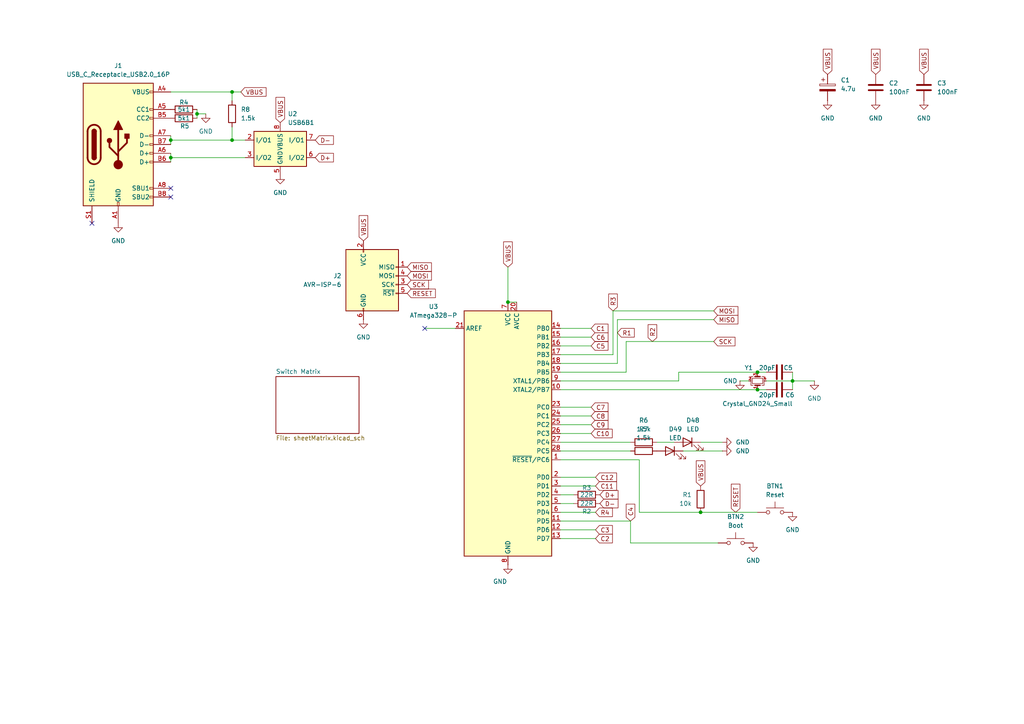
<source format=kicad_sch>
(kicad_sch (version 20231120) (generator "eeschema") (generator_version "8.0")
  (paper "A4")
  (lib_symbols
    (symbol "Connector:AVR-ISP-6" (pin_names (offset 1.016))
      (property "Reference" "J" (at -6.35 11.43 0))
      (property "Value" "AVR-ISP-6" (at 0 11.43 0))
      (symbol "AVR-ISP-6_0_1"
        (rectangle (start -2.667 -6.858) (end -2.413 -7.62))
        (rectangle (start -2.667 10.16) (end -2.413 9.398))
        (rectangle (start 7.62 -2.413) (end 6.858 -2.667))
        (rectangle (start 7.62 0.127) (end 6.858 -0.127))
        (rectangle (start 7.62 2.667) (end 6.858 2.413))
        (rectangle (start 7.62 5.207) (end 6.858 4.953))
        (rectangle (start 7.62 10.16) (end -7.62 -7.62) (stroke (width 0.254)) (fill (type background)))
      )
      (symbol "AVR-ISP-6_1_1"
        (pin passive line (at 10.16 5.08 180) (length 2.54) (name "MISO") (number "1"))
        (pin passive line (at -2.54 12.7 270) (length 2.54) (name "VCC") (number "2"))
        (pin passive line (at 10.16 0 180) (length 2.54) (name "SCK") (number "3"))
        (pin passive line (at 10.16 2.54 180) (length 2.54) (name "MOSI") (number "4"))
        (pin passive line (at 10.16 -2.54 180) (length 2.54) (name "~{RST}") (number "5"))
        (pin passive line (at -2.54 -10.16 90) (length 2.54) (name "GND") (number "6"))
      )
    )
    (symbol "Connector:USB_C_Receptacle_USB2.0_16P" (pin_names (offset 1.016))
      (property "Reference" "J" (at 0 22.225 0))
      (property "Value" "USB_C_Receptacle_USB2.0_16P" (at 0 19.685 0))
      (symbol "USB_C_Receptacle_USB2.0_16P_0_0"
        (rectangle (start -0.254 -17.78) (end 0.254 -16.764))
        (rectangle (start 10.16 -14.986) (end 9.144 -15.494))
        (rectangle (start 10.16 -12.446) (end 9.144 -12.954))
        (rectangle (start 10.16 -4.826) (end 9.144 -5.334))
        (rectangle (start 10.16 -2.286) (end 9.144 -2.794))
        (rectangle (start 10.16 0.254) (end 9.144 -0.254))
        (rectangle (start 10.16 2.794) (end 9.144 2.286))
        (rectangle (start 10.16 7.874) (end 9.144 7.366))
        (rectangle (start 10.16 10.414) (end 9.144 9.906))
        (rectangle (start 10.16 15.494) (end 9.144 14.986))
      )
      (symbol "USB_C_Receptacle_USB2.0_16P_0_1"
        (rectangle (start -10.16 17.78) (end 10.16 -17.78) (stroke (width 0.254)) (fill (type background)))
        (arc (start -8.89 -3.81) (mid -6.985 -5.7067) (end -5.08 -3.81) (stroke (width 0.508)))
        (arc (start -7.62 -3.81) (mid -6.985 -4.4423) (end -6.35 -3.81) (stroke (width 0.254)))
        (arc (start -7.62 -3.81) (mid -6.985 -4.4423) (end -6.35 -3.81) (stroke (width 0.254)) (fill (type outline)))
        (rectangle (start -7.62 -3.81) (end -6.35 3.81) (stroke (width 0.254)) (fill (type outline)))
        (arc (start -6.35 3.81) (mid -6.985 4.4423) (end -7.62 3.81) (stroke (width 0.254)))
        (arc (start -6.35 3.81) (mid -6.985 4.4423) (end -7.62 3.81) (stroke (width 0.254)) (fill (type outline)))
        (arc (start -5.08 3.81) (mid -6.985 5.7067) (end -8.89 3.81) (stroke (width 0.508)))
        (circle (center -2.54 1.143) (radius 0.635) (stroke (width 0.254)) (fill (type outline)))
        (circle (center 0 -5.842) (radius 1.27) (fill (type outline)))
        (polyline (pts (xy -8.89 -3.81) (xy -8.89 3.81)) (stroke (width 0.508)))
        (polyline (pts (xy -5.08 3.81) (xy -5.08 -3.81)) (stroke (width 0.508)))
        (polyline (pts (xy 0 -5.842) (xy 0 4.318)) (stroke (width 0.508)))
        (polyline (pts (xy 0 -3.302) (xy -2.54 -0.762) (xy -2.54 0.508)) (stroke (width 0.508)))
        (polyline (pts (xy 0 -2.032) (xy 2.54 0.508) (xy 2.54 1.778)) (stroke (width 0.508)))
        (polyline (pts (xy -1.27 4.318) (xy 0 6.858) (xy 1.27 4.318) (xy -1.27 4.318)) (stroke (width 0.254)) (fill (type outline)))
        (rectangle (start 1.905 1.778) (end 3.175 3.048) (stroke (width 0.254)) (fill (type outline)))
      )
      (symbol "USB_C_Receptacle_USB2.0_16P_1_1"
        (pin passive line (at 0 -22.86 90) (length 5.08) (name "GND") (number "A1"))
        (pin passive line (at 0 -22.86 90) (length 5.08) hide (name "GND") (number "A12"))
        (pin passive line (at 15.24 15.24 180) (length 5.08) (name "VBUS") (number "A4"))
        (pin bidirectional line (at 15.24 10.16 180) (length 5.08) (name "CC1") (number "A5"))
        (pin bidirectional line (at 15.24 -2.54 180) (length 5.08) (name "D+") (number "A6"))
        (pin bidirectional line (at 15.24 2.54 180) (length 5.08) (name "D-") (number "A7"))
        (pin bidirectional line (at 15.24 -12.7 180) (length 5.08) (name "SBU1") (number "A8"))
        (pin passive line (at 15.24 15.24 180) (length 5.08) hide (name "VBUS") (number "A9"))
        (pin passive line (at 0 -22.86 90) (length 5.08) hide (name "GND") (number "B1"))
        (pin passive line (at 0 -22.86 90) (length 5.08) hide (name "GND") (number "B12"))
        (pin passive line (at 15.24 15.24 180) (length 5.08) hide (name "VBUS") (number "B4"))
        (pin bidirectional line (at 15.24 7.62 180) (length 5.08) (name "CC2") (number "B5"))
        (pin bidirectional line (at 15.24 -5.08 180) (length 5.08) (name "D+") (number "B6"))
        (pin bidirectional line (at 15.24 0 180) (length 5.08) (name "D-") (number "B7"))
        (pin bidirectional line (at 15.24 -15.24 180) (length 5.08) (name "SBU2") (number "B8"))
        (pin passive line (at 15.24 15.24 180) (length 5.08) hide (name "VBUS") (number "B9"))
        (pin passive line (at -7.62 -22.86 90) (length 5.08) (name "SHIELD") (number "S1"))
      )
    )
    (symbol "Device:C" (pin_numbers hide) (pin_names (offset 0.254))
      (property "Reference" "C" (at 0.635 2.54 0))
      (property "Value" "C" (at 0.635 -2.54 0))
      (symbol "C_0_1"
        (polyline (pts (xy -2.032 -0.762) (xy 2.032 -0.762)) (stroke (width 0.508)))
        (polyline (pts (xy -2.032 0.762) (xy 2.032 0.762)) (stroke (width 0.508)))
      )
      (symbol "C_1_1"
        (pin passive line (at 0 3.81 270) (length 2.794) (name "~") (number "1"))
        (pin passive line (at 0 -3.81 90) (length 2.794) (name "~") (number "2"))
      )
    )
    (symbol "Device:C_Polarized" (pin_numbers hide) (pin_names (offset 0.254))
      (property "Reference" "C" (at 0.635 2.54 0))
      (property "Value" "C_Polarized" (at 0.635 -2.54 0))
      (symbol "C_Polarized_0_1"
        (rectangle (start -2.286 0.508) (end 2.286 1.016))
        (polyline (pts (xy -1.778 2.286) (xy -0.762 2.286)))
        (polyline (pts (xy -1.27 2.794) (xy -1.27 1.778)))
        (rectangle (start 2.286 -0.508) (end -2.286 -1.016) (fill (type outline)))
      )
      (symbol "C_Polarized_1_1"
        (pin passive line (at 0 3.81 270) (length 2.794) (name "~") (number "1"))
        (pin passive line (at 0 -3.81 90) (length 2.794) (name "~") (number "2"))
      )
    )
    (symbol "Device:Crystal_GND24_Small" (pin_names (offset 1.016) hide)
      (property "Reference" "Y" (at 1.27 4.445 0))
      (property "Value" "Crystal_GND24_Small" (at 1.27 2.54 0))
      (symbol "Crystal_GND24_Small_0_1"
        (rectangle (start -0.762 -1.524) (end 0.762 1.524))
        (polyline (pts (xy -1.27 -0.762) (xy -1.27 0.762)) (stroke (width 0.381)))
        (polyline (pts (xy 1.27 -0.762) (xy 1.27 0.762)) (stroke (width 0.381)))
        (polyline (pts (xy -1.27 -1.27) (xy -1.27 -1.905) (xy 1.27 -1.905) (xy 1.27 -1.27)))
        (polyline (pts (xy -1.27 1.27) (xy -1.27 1.905) (xy 1.27 1.905) (xy 1.27 1.27)))
      )
      (symbol "Crystal_GND24_Small_1_1"
        (pin passive line (at -2.54 0 0) (length 1.27) (name "1") (number "1"))
        (pin passive line (at 0 -2.54 90) (length 0.635) (name "2") (number "2"))
        (pin passive line (at 2.54 0 180) (length 1.27) (name "3") (number "3"))
        (pin passive line (at 0 2.54 270) (length 0.635) (name "4") (number "4"))
      )
    )
    (symbol "Device:LED" (pin_numbers hide) (pin_names (offset 1.016) hide)
      (property "Reference" "D" (at 0 2.54 0))
      (property "Value" "LED" (at 0 -2.54 0))
      (symbol "LED_0_1"
        (polyline (pts (xy -1.27 -1.27) (xy -1.27 1.27)) (stroke (width 0.254)))
        (polyline (pts (xy -1.27 0) (xy 1.27 0)))
        (polyline (pts (xy 1.27 -1.27) (xy 1.27 1.27) (xy -1.27 0) (xy 1.27 -1.27)) (stroke (width 0.254)))
        (polyline (pts (xy -3.048 -0.762) (xy -4.572 -2.286) (xy -3.81 -2.286) (xy -4.572 -2.286) (xy -4.572 -1.524)))
        (polyline (pts (xy -1.778 -0.762) (xy -3.302 -2.286) (xy -2.54 -2.286) (xy -3.302 -2.286) (xy -3.302 -1.524)))
      )
      (symbol "LED_1_1"
        (pin passive line (at -3.81 0 0) (length 2.54) (name "K") (number "1"))
        (pin passive line (at 3.81 0 180) (length 2.54) (name "A") (number "2"))
      )
    )
    (symbol "Device:R" (pin_numbers hide) (pin_names (offset 0))
      (property "Reference" "R" (at 2.032 0 90))
      (property "Value" "R" (at 0 0 90))
      (symbol "R_0_1"
        (rectangle (start -1.016 -2.54) (end 1.016 2.54) (stroke (width 0.254)))
      )
      (symbol "R_1_1"
        (pin passive line (at 0 3.81 270) (length 1.27) (name "~") (number "1"))
        (pin passive line (at 0 -3.81 90) (length 1.27) (name "~") (number "2"))
      )
    )
    (symbol "MCU_Microchip_ATmega:ATmega328-P"
      (property "Reference" "U" (at -12.7 36.83 0))
      (property "Value" "ATmega328-P" (at 2.54 -36.83 0))
      (symbol "ATmega328-P_0_1"
        (rectangle (start -12.7 -35.56) (end 12.7 35.56) (stroke (width 0.254)) (fill (type background)))
      )
      (symbol "ATmega328-P_1_1"
        (pin bidirectional line (at 15.24 -7.62 180) (length 2.54) (name "~{RESET}/PC6") (number "1"))
        (pin bidirectional line (at 15.24 12.7 180) (length 2.54) (name "XTAL2/PB7") (number "10"))
        (pin bidirectional line (at 15.24 -25.4 180) (length 2.54) (name "PD5") (number "11"))
        (pin bidirectional line (at 15.24 -27.94 180) (length 2.54) (name "PD6") (number "12"))
        (pin bidirectional line (at 15.24 -30.48 180) (length 2.54) (name "PD7") (number "13"))
        (pin bidirectional line (at 15.24 30.48 180) (length 2.54) (name "PB0") (number "14"))
        (pin bidirectional line (at 15.24 27.94 180) (length 2.54) (name "PB1") (number "15"))
        (pin bidirectional line (at 15.24 25.4 180) (length 2.54) (name "PB2") (number "16"))
        (pin bidirectional line (at 15.24 22.86 180) (length 2.54) (name "PB3") (number "17"))
        (pin bidirectional line (at 15.24 20.32 180) (length 2.54) (name "PB4") (number "18"))
        (pin bidirectional line (at 15.24 17.78 180) (length 2.54) (name "PB5") (number "19"))
        (pin bidirectional line (at 15.24 -12.7 180) (length 2.54) (name "PD0") (number "2"))
        (pin power_in line (at 2.54 38.1 270) (length 2.54) (name "AVCC") (number "20"))
        (pin passive line (at -15.24 30.48 0) (length 2.54) (name "AREF") (number "21"))
        (pin passive line (at 0 -38.1 90) (length 2.54) hide (name "GND") (number "22"))
        (pin bidirectional line (at 15.24 7.62 180) (length 2.54) (name "PC0") (number "23"))
        (pin bidirectional line (at 15.24 5.08 180) (length 2.54) (name "PC1") (number "24"))
        (pin bidirectional line (at 15.24 2.54 180) (length 2.54) (name "PC2") (number "25"))
        (pin bidirectional line (at 15.24 0 180) (length 2.54) (name "PC3") (number "26"))
        (pin bidirectional line (at 15.24 -2.54 180) (length 2.54) (name "PC4") (number "27"))
        (pin bidirectional line (at 15.24 -5.08 180) (length 2.54) (name "PC5") (number "28"))
        (pin bidirectional line (at 15.24 -15.24 180) (length 2.54) (name "PD1") (number "3"))
        (pin bidirectional line (at 15.24 -17.78 180) (length 2.54) (name "PD2") (number "4"))
        (pin bidirectional line (at 15.24 -20.32 180) (length 2.54) (name "PD3") (number "5"))
        (pin bidirectional line (at 15.24 -22.86 180) (length 2.54) (name "PD4") (number "6"))
        (pin power_in line (at 0 38.1 270) (length 2.54) (name "VCC") (number "7"))
        (pin power_in line (at 0 -38.1 90) (length 2.54) (name "GND") (number "8"))
        (pin bidirectional line (at 15.24 15.24 180) (length 2.54) (name "XTAL1/PB6") (number "9"))
      )
    )
    (symbol "Power_Protection:USB6B1"
      (property "Reference" "U" (at 6.35 6.35 0))
      (property "Value" "USB6B1" (at 5.08 -6.35 0))
      (symbol "USB6B1_0_1"
        (rectangle (start -7.62 -5.08) (end 7.62 5.08) (stroke (width 0.254)) (fill (type background)))
      )
      (symbol "USB6B1_1_1"
        (pin passive line (at 0 7.62 270) (length 2.54) hide (name "VBUS") (number "1"))
        (pin passive line (at -10.16 2.54 0) (length 2.54) (name "I/O1") (number "2"))
        (pin passive line (at -10.16 -2.54 0) (length 2.54) (name "I/O2") (number "3"))
        (pin passive line (at 0 -7.62 90) (length 2.54) hide (name "GND") (number "4"))
        (pin passive line (at 0 -7.62 90) (length 2.54) (name "GND") (number "5"))
        (pin passive line (at 10.16 -2.54 180) (length 2.54) (name "I/O2") (number "6"))
        (pin passive line (at 10.16 2.54 180) (length 2.54) (name "I/O1") (number "7"))
        (pin passive line (at 0 7.62 270) (length 2.54) (name "VBUS") (number "8"))
      )
    )
    (symbol "Switch:SW_Push" (pin_numbers hide) (pin_names (offset 1.016) hide)
      (property "Reference" "SW" (at 1.27 2.54 0))
      (property "Value" "SW_Push" (at 0 -1.524 0))
      (symbol "SW_Push_0_1"
        (circle (center -2.032 0) (radius 0.508))
        (polyline (pts (xy 0 1.27) (xy 0 3.048)))
        (polyline (pts (xy 2.54 1.27) (xy -2.54 1.27)))
        (circle (center 2.032 0) (radius 0.508))
        (pin passive line (at -5.08 0 0) (length 2.54) (name "1") (number "1"))
        (pin passive line (at 5.08 0 180) (length 2.54) (name "2") (number "2"))
      )
    )
    (symbol "power:GND" (power) (pin_numbers hide) (pin_names (offset 0) hide)
      (property "Value" "GND" (at 0 -3.81 0))
      (symbol "GND_0_1"
        (polyline (pts (xy 0 0) (xy 0 -1.27) (xy 1.27 -1.27) (xy 0 -2.54) (xy -1.27 -1.27) (xy 0 -1.27)))
      )
      (symbol "GND_1_1"
        (pin power_in line (at 0 0 270) (length 0) (name "~") (number "1"))
      )
    )
  )
  (junction (at 49.53 40.64))
  (junction (at 147.32 87.63))
  (junction (at 229.87 110.49))
  (junction (at 203.2 148.59))
  (junction (at 67.31 40.64))
  (junction (at 49.53 45.72))
  (junction (at 219.71 107.95))
  (junction (at 67.31 26.67))
  (junction (at 57.15 33.02))
  (junction (at 219.71 113.03))
  (no_connect (at 26.67 64.77))
  (no_connect (at 49.53 57.15))
  (no_connect (at 49.53 54.61))
  (no_connect (at 123.19 95.25))
  (wire (pts (xy 166.37 146.05) (xy 162.56 146.05)))
  (wire (pts (xy 49.53 45.72) (xy 49.53 46.99)))
  (wire (pts (xy 196.85 107.95) (xy 219.71 107.95)))
  (wire (pts (xy 185.42 148.59) (xy 185.42 133.35)))
  (wire (pts (xy 49.53 44.45) (xy 49.53 45.72)))
  (wire (pts (xy 222.25 107.95) (xy 219.71 107.95)))
  (wire (pts (xy 219.71 148.59) (xy 203.2 148.59)))
  (wire (pts (xy 182.88 157.48) (xy 182.88 151.13)))
  (wire (pts (xy 162.56 148.59) (xy 172.72 148.59)))
  (wire (pts (xy 69.85 26.67) (xy 67.31 26.67)))
  (wire (pts (xy 177.8 90.17) (xy 207.01 90.17)))
  (wire (pts (xy 162.56 123.19) (xy 171.45 123.19)))
  (wire (pts (xy 162.56 113.03) (xy 219.71 113.03)))
  (wire (pts (xy 162.56 118.11) (xy 171.45 118.11)))
  (wire (pts (xy 162.56 156.21) (xy 172.72 156.21)))
  (wire (pts (xy 67.31 26.67) (xy 49.53 26.67)))
  (wire (pts (xy 162.56 102.87) (xy 177.8 102.87)))
  (wire (pts (xy 236.22 110.49) (xy 229.87 110.49)))
  (wire (pts (xy 179.07 92.71) (xy 179.07 105.41)))
  (wire (pts (xy 181.61 107.95) (xy 162.56 107.95)))
  (wire (pts (xy 162.56 105.41) (xy 179.07 105.41)))
  (wire (pts (xy 49.53 40.64) (xy 49.53 41.91)))
  (wire (pts (xy 222.25 110.49) (xy 229.87 110.49)))
  (wire (pts (xy 162.56 153.67) (xy 172.72 153.67)))
  (wire (pts (xy 123.19 95.25) (xy 132.08 95.25)))
  (wire (pts (xy 196.85 107.95) (xy 196.85 110.49)))
  (wire (pts (xy 162.56 100.33) (xy 171.45 100.33)))
  (wire (pts (xy 190.5 128.27) (xy 195.58 128.27)))
  (wire (pts (xy 67.31 26.67) (xy 67.31 29.21)))
  (wire (pts (xy 222.25 113.03) (xy 219.71 113.03)))
  (wire (pts (xy 162.56 140.97) (xy 172.72 140.97)))
  (wire (pts (xy 182.88 157.48) (xy 208.28 157.48)))
  (wire (pts (xy 57.15 33.02) (xy 59.69 33.02)))
  (wire (pts (xy 162.56 120.65) (xy 171.45 120.65)))
  (wire (pts (xy 217.17 110.49) (xy 214.63 110.49)))
  (wire (pts (xy 162.56 138.43) (xy 172.72 138.43)))
  (wire (pts (xy 179.07 92.71) (xy 207.01 92.71)))
  (wire (pts (xy 162.56 151.13) (xy 182.88 151.13)))
  (wire (pts (xy 229.87 107.95) (xy 229.87 110.49)))
  (wire (pts (xy 49.53 45.72) (xy 71.12 45.72)))
  (wire (pts (xy 162.56 95.25) (xy 171.45 95.25)))
  (wire (pts (xy 185.42 148.59) (xy 203.2 148.59)))
  (wire (pts (xy 67.31 36.83) (xy 67.31 40.64)))
  (wire (pts (xy 162.56 110.49) (xy 196.85 110.49)))
  (wire (pts (xy 166.37 143.51) (xy 162.56 143.51)))
  (wire (pts (xy 162.56 128.27) (xy 182.88 128.27)))
  (wire (pts (xy 203.2 128.27) (xy 209.55 128.27)))
  (wire (pts (xy 57.15 33.02) (xy 57.15 34.29)))
  (wire (pts (xy 147.32 87.63) (xy 149.86 87.63)))
  (wire (pts (xy 67.31 40.64) (xy 71.12 40.64)))
  (wire (pts (xy 177.8 102.87) (xy 177.8 90.17)))
  (wire (pts (xy 49.53 40.64) (xy 67.31 40.64)))
  (wire (pts (xy 162.56 97.79) (xy 171.45 97.79)))
  (wire (pts (xy 198.12 130.81) (xy 209.55 130.81)))
  (wire (pts (xy 147.32 77.47) (xy 147.32 87.63)))
  (wire (pts (xy 57.15 31.75) (xy 57.15 33.02)))
  (wire (pts (xy 185.42 133.35) (xy 162.56 133.35)))
  (wire (pts (xy 162.56 130.81) (xy 182.88 130.81)))
  (wire (pts (xy 229.87 110.49) (xy 229.87 113.03)))
  (wire (pts (xy 49.53 39.37) (xy 49.53 40.64)))
  (wire (pts (xy 181.61 99.06) (xy 207.01 99.06)))
  (wire (pts (xy 162.56 125.73) (xy 171.45 125.73)))
  (wire (pts (xy 181.61 99.06) (xy 181.61 107.95)))
  (global_label "MOSI" (shape input) (at 118.11 80.01 0) (property "Intersheetrefs" "${INTERSHEET_REFS}" (effects (hide yes))))
  (global_label "D+" (shape input) (at 91.44 45.72 0) (property "Intersheetrefs" "${INTERSHEET_REFS}" (effects (hide yes))))
  (global_label "RESET" (shape input) (at 213.36 148.59 90) (property "Intersheetrefs" "${INTERSHEET_REFS}" (effects (hide yes))))
  (global_label "VBUS" (shape input) (at 81.28 35.56 90) (property "Intersheetrefs" "${INTERSHEET_REFS}" (effects (hide yes))))
  (global_label "C2" (shape input) (at 172.72 156.21 0) (property "Intersheetrefs" "${INTERSHEET_REFS}" (effects (hide yes))))
  (global_label "MISO" (shape input) (at 207.01 92.71 0) (property "Intersheetrefs" "${INTERSHEET_REFS}" (effects (hide yes))))
  (global_label "VBUS" (shape input) (at 203.2 140.97 90) (property "Intersheetrefs" "${INTERSHEET_REFS}" (effects (hide yes))))
  (global_label "VBUS" (shape input) (at 240.03 21.59 90) (property "Intersheetrefs" "${INTERSHEET_REFS}" (effects (hide yes))))
  (global_label "R1" (shape input) (at 179.07 96.52 0) (property "Intersheetrefs" "${INTERSHEET_REFS}" (effects (hide yes))))
  (global_label "C4" (shape input) (at 182.88 151.13 90) (property "Intersheetrefs" "${INTERSHEET_REFS}" (effects (hide yes))))
  (global_label "SCK" (shape input) (at 118.11 82.55 0) (property "Intersheetrefs" "${INTERSHEET_REFS}" (effects (hide yes))))
  (global_label "C1" (shape input) (at 171.45 95.25 0) (property "Intersheetrefs" "${INTERSHEET_REFS}" (effects (hide yes))))
  (global_label "VBUS" (shape input) (at 69.85 26.67 0) (property "Intersheetrefs" "${INTERSHEET_REFS}" (effects (hide yes))))
  (global_label "C6" (shape input) (at 171.45 97.79 0) (property "Intersheetrefs" "${INTERSHEET_REFS}" (effects (hide yes))))
  (global_label "D-" (shape input) (at 91.44 40.64 0) (property "Intersheetrefs" "${INTERSHEET_REFS}" (effects (hide yes))))
  (global_label "D-" (shape input) (at 173.99 146.05 0) (property "Intersheetrefs" "${INTERSHEET_REFS}" (effects (hide yes))))
  (global_label "C12" (shape input) (at 172.72 138.43 0) (property "Intersheetrefs" "${INTERSHEET_REFS}" (effects (hide yes))))
  (global_label "C7" (shape input) (at 171.45 118.11 0) (property "Intersheetrefs" "${INTERSHEET_REFS}" (effects (hide yes))))
  (global_label "VBUS" (shape input) (at 267.97 21.59 90) (property "Intersheetrefs" "${INTERSHEET_REFS}" (effects (hide yes))))
  (global_label "MISO" (shape input) (at 118.11 77.47 0) (property "Intersheetrefs" "${INTERSHEET_REFS}" (effects (hide yes))))
  (global_label "MOSI" (shape input) (at 207.01 90.17 0) (property "Intersheetrefs" "${INTERSHEET_REFS}" (effects (hide yes))))
  (global_label "C8" (shape input) (at 171.45 120.65 0) (property "Intersheetrefs" "${INTERSHEET_REFS}" (effects (hide yes))))
  (global_label "C5" (shape input) (at 171.45 100.33 0) (property "Intersheetrefs" "${INTERSHEET_REFS}" (effects (hide yes))))
  (global_label "C11" (shape input) (at 172.72 140.97 0) (property "Intersheetrefs" "${INTERSHEET_REFS}" (effects (hide yes))))
  (global_label "RESET" (shape input) (at 118.11 85.09 0) (property "Intersheetrefs" "${INTERSHEET_REFS}" (effects (hide yes))))
  (global_label "VBUS" (shape input) (at 254 21.59 90) (property "Intersheetrefs" "${INTERSHEET_REFS}" (effects (hide yes))))
  (global_label "D+" (shape input) (at 173.99 143.51 0) (property "Intersheetrefs" "${INTERSHEET_REFS}" (effects (hide yes))))
  (global_label "C9" (shape input) (at 171.45 123.19 0) (property "Intersheetrefs" "${INTERSHEET_REFS}" (effects (hide yes))))
  (global_label "C10" (shape input) (at 171.45 125.73 0) (property "Intersheetrefs" "${INTERSHEET_REFS}" (effects (hide yes))))
  (global_label "R2" (shape input) (at 189.23 99.06 90) (property "Intersheetrefs" "${INTERSHEET_REFS}" (effects (hide yes))))
  (global_label "VBUS" (shape input) (at 105.41 69.85 90) (property "Intersheetrefs" "${INTERSHEET_REFS}" (effects (hide yes))))
  (global_label "VBUS" (shape input) (at 147.32 77.47 90) (property "Intersheetrefs" "${INTERSHEET_REFS}" (effects (hide yes))))
  (global_label "R4" (shape input) (at 172.72 148.59 0) (property "Intersheetrefs" "${INTERSHEET_REFS}" (effects (hide yes))))
  (global_label "R3" (shape input) (at 177.8 90.17 90) (property "Intersheetrefs" "${INTERSHEET_REFS}" (effects (hide yes))))
  (global_label "C3" (shape input) (at 172.72 153.67 0) (property "Intersheetrefs" "${INTERSHEET_REFS}" (effects (hide yes))))
  (global_label "SCK" (shape input) (at 207.01 99.06 0) (property "Intersheetrefs" "${INTERSHEET_REFS}" (effects (hide yes))))
  (symbol (lib_id "power:GND") (at 254 29.21 0) (unit 1)
    (property "Reference" "#PWR06" (effects (hide yes)))
    (property "Value" "GND" (at 254 34.29 0))
    (property "Description" "Power symbol creates a global label with name \"GND\" , ground" (effects (hide yes)))
  )
  (symbol (lib_id "power:GND") (at 59.69 33.02 0) (unit 1)
    (property "Reference" "#PWR011" (effects (hide yes)))
    (property "Value" "GND" (at 59.69 38.1 0))
    (property "Description" "Power symbol creates a global label with name \"GND\" , ground" (effects (hide yes)))
  )
  (symbol (lib_id "power:GND") (at 209.55 130.81 90) (mirror x) (unit 1)
    (property "Reference" "#PWR09" (effects (hide yes)))
    (property "Value" "GND" (at 213.36 130.8099 90) (effects (justify right)))
    (property "Description" "Power symbol creates a global label with name \"GND\" , ground" (effects (hide yes)))
  )
  (symbol (lib_id "power:GND") (at 267.97 29.21 0) (unit 1)
    (property "Reference" "#PWR07" (effects (hide yes)))
    (property "Value" "GND" (at 267.97 34.29 0))
    (property "Description" "Power symbol creates a global label with name \"GND\" , ground" (effects (hide yes)))
  )
  (symbol (lib_id "Device:C") (at 226.06 107.95 270) (mirror x) (unit 1)
    (property "Reference" "C5" (at 228.6 106.68 90))
    (property "Value" "20pF" (at 222.504 106.68 90))
    (property "Footprint" "Capacitor_THT:C_Disc_D4.7mm_W2.5mm_P5.00mm" (effects (hide yes)))
    (property "Description" "Unpolarized capacitor" (effects (hide yes)))
  )
  (symbol (lib_id "Device:R") (at 203.2 144.78 0) (mirror y) (unit 1)
    (property "Reference" "R1" (at 200.66 143.5099 0) (effects (justify left)))
    (property "Value" "10k" (at 200.66 146.0499 0) (effects (justify left)))
    (property "Footprint" "Resistor_THT:R_Axial_DIN0207_L6.3mm_D2.5mm_P10.16mm_Horizontal" (effects (hide yes)))
    (property "Description" "Resistor" (effects (hide yes)))
  )
  (symbol (lib_id "power:GND") (at 214.63 110.49 0) (mirror y) (unit 1)
    (property "Reference" "#PWR03" (effects (hide yes)))
    (property "Value" "GND" (at 211.836 110.49 0))
    (property "Description" "Power symbol creates a global label with name \"GND\" , ground" (effects (hide yes)))
  )
  (symbol (lib_id "power:GND") (at 147.32 163.83 0) (unit 1)
    (property "Reference" "#PWR08" (effects (hide yes)))
    (property "Value" "GND" (at 145.034 168.656 0))
    (property "Description" "Power symbol creates a global label with name \"GND\" , ground" (effects (hide yes)))
  )
  (symbol (lib_id "Switch:SW_Push") (at 224.79 148.59 0) (mirror y) (unit 1)
    (property "Reference" "BTN1" (at 224.79 140.97 0))
    (property "Value" "Reset" (at 224.79 143.51 0))
    (property "Footprint" "Button_Switch_THT:SW_PUSH_6mm" (effects (hide yes)))
    (property "Description" "Push button switch, generic, two pins" (effects (hide yes)))
  )
  (symbol (lib_id "Device:LED") (at 194.31 130.81 0) (mirror y) (unit 1)
    (property "Reference" "D49" (at 195.8975 124.46 0))
    (property "Value" "LED" (at 195.8975 127 0))
    (property "Footprint" "LED_THT:LED_D3.0mm" (effects (hide yes)))
    (property "Description" "Light emitting diode" (effects (hide yes)))
  )
  (symbol (lib_id "power:GND") (at 236.22 110.49 0) (mirror y) (unit 1)
    (property "Reference" "#PWR04" (effects (hide yes)))
    (property "Value" "GND" (at 236.22 115.57 0))
    (property "Description" "Power symbol creates a global label with name \"GND\" , ground" (effects (hide yes)))
  )
  (symbol (lib_id "Device:R") (at 186.69 130.81 90) (unit 1)
    (property "Reference" "R7" (at 186.69 124.46 90))
    (property "Value" "1.5k" (at 186.69 127 90))
    (property "Footprint" "Resistor_THT:R_Axial_DIN0207_L6.3mm_D2.5mm_P10.16mm_Horizontal" (effects (hide yes)))
    (property "Description" "Resistor" (effects (hide yes)))
  )
  (symbol (lib_id "Device:LED") (at 199.39 128.27 0) (mirror y) (unit 1)
    (property "Reference" "D48" (at 200.9775 121.92 0))
    (property "Value" "LED" (at 200.9775 124.46 0))
    (property "Footprint" "LED_THT:LED_D3.0mm" (effects (hide yes)))
    (property "Description" "Light emitting diode" (effects (hide yes)))
  )
  (symbol (lib_id "Connector:AVR-ISP-6") (at 107.95 82.55 0) (unit 1)
    (property "Reference" "J2" (at 99.06 80.0099 0) (effects (justify right)))
    (property "Value" "AVR-ISP-6" (at 99.06 82.5499 0) (effects (justify right)))
    (property "Footprint" "Connector_PinHeader_2.54mm:PinHeader_2x03_P2.54mm_Vertical" (effects (hide yes)))
    (property "Description" "Atmel 6-pin ISP connector" (effects (hide yes)))
  )
  (symbol (lib_id "power:GND") (at 229.87 148.59 0) (mirror y) (unit 1)
    (property "Reference" "#PWR02" (effects (hide yes)))
    (property "Value" "GND" (at 229.87 153.67 0))
    (property "Description" "Power symbol creates a global label with name \"GND\" , ground" (effects (hide yes)))
  )
  (symbol (lib_id "Device:R") (at 53.34 34.29 90) (unit 1)
    (property "Reference" "R5" (at 53.594 36.576 90))
    (property "Value" "5k1" (at 53.34 34.29 90))
    (property "Footprint" "Resistor_THT:R_Axial_DIN0207_L6.3mm_D2.5mm_P10.16mm_Horizontal" (effects (hide yes)))
    (property "Description" "Resistor" (effects (hide yes)))
  )
  (symbol (lib_id "power:GND") (at 105.41 92.71 0) (unit 1)
    (property "Reference" "#PWR013" (effects (hide yes)))
    (property "Value" "GND" (at 105.41 97.79 0))
    (property "Description" "Power symbol creates a global label with name \"GND\" , ground" (effects (hide yes)))
  )
  (symbol (lib_id "Device:R") (at 53.34 31.75 90) (unit 1)
    (property "Reference" "R4" (at 53.34 29.718 90))
    (property "Value" "5k1" (at 53.34 31.75 90))
    (property "Footprint" "Resistor_THT:R_Axial_DIN0207_L6.3mm_D2.5mm_P10.16mm_Horizontal" (effects (hide yes)))
    (property "Description" "Resistor" (effects (hide yes)))
  )
  (symbol (lib_id "Device:R") (at 67.31 33.02 0) (unit 1)
    (property "Reference" "R8" (at 69.85 31.7499 0) (effects (justify left)))
    (property "Value" "1.5k" (at 69.85 34.2899 0) (effects (justify left)))
    (property "Footprint" "Resistor_THT:R_Axial_DIN0207_L6.3mm_D2.5mm_P10.16mm_Horizontal" (effects (hide yes)))
    (property "Description" "Resistor" (effects (hide yes)))
  )
  (symbol (lib_id "Device:R") (at 170.18 146.05 270) (mirror x) (unit 1)
    (property "Reference" "R2" (at 170.18 148.336 90))
    (property "Value" "22R" (at 170.18 146.05 90))
    (property "Footprint" "Resistor_THT:R_Axial_DIN0207_L6.3mm_D2.5mm_P10.16mm_Horizontal" (effects (hide yes)))
    (property "Description" "Resistor" (effects (hide yes)))
  )
  (symbol (lib_id "Power_Protection:USB6B1") (at 81.28 43.18 0) (unit 1)
    (property "Reference" "U2" (at 83.4741 33.02 0) (effects (justify left)))
    (property "Value" "USB6B1" (at 83.4741 35.56 0) (effects (justify left)))
    (property "Footprint" "Package_SO:SOIC-8_3.9x4.9mm_P1.27mm" (effects (hide yes)))
    (property "Datasheet" "http://www.st.com/content/ccc/resource/technical/document/datasheet/3e/ec/b2/54/b2/76/47/90/CD00001361.pdf/files/CD00001361.pdf/jcr:content/translations/en.CD00001361.pdf" (effects (hide yes)))
    (property "Description" "5V Data line protection" (effects (hide yes)))
  )
  (symbol (lib_id "power:GND") (at 240.03 29.21 0) (unit 1)
    (property "Reference" "#PWR05" (effects (hide yes)))
    (property "Value" "GND" (at 240.03 34.29 0))
    (property "Description" "Power symbol creates a global label with name \"GND\" , ground" (effects (hide yes)))
  )
  (symbol (lib_id "power:GND") (at 218.44 157.48 0) (mirror y) (unit 1)
    (property "Reference" "#PWR014" (effects (hide yes)))
    (property "Value" "GND" (at 218.44 162.56 0))
    (property "Description" "Power symbol creates a global label with name \"GND\" , ground" (effects (hide yes)))
  )
  (symbol (lib_id "Switch:SW_Push") (at 213.36 157.48 0) (mirror y) (unit 1)
    (property "Reference" "BTN2" (at 213.36 149.86 0))
    (property "Value" "Boot" (at 213.36 152.4 0))
    (property "Footprint" "Button_Switch_THT:SW_PUSH_6mm" (effects (hide yes)))
    (property "Description" "Push button switch, generic, two pins" (effects (hide yes)))
  )
  (symbol (lib_id "Connector:USB_C_Receptacle_USB2.0_16P") (at 34.29 41.91 0) (unit 1)
    (property "Reference" "J1" (at 34.29 19.05 0))
    (property "Value" "USB_C_Receptacle_USB2.0_16P" (at 34.29 21.59 0))
    (property "Footprint" "Connector_USB:USB_C_Receptacle_XKB_U262-16XN-4BVC11" (effects (hide yes)))
    (property "Datasheet" "https://www.usb.org/sites/default/files/documents/usb_type-c.zip" (effects (hide yes)))
    (property "Description" "USB 2.0-only 16P Type-C Receptacle connector" (effects (hide yes)))
  )
  (symbol (lib_id "MCU_Microchip_ATmega:ATmega328-P") (at 147.32 125.73 0) (unit 1)
    (property "Reference" "U3" (at 125.73 88.9314 0))
    (property "Value" "ATmega328-P" (at 125.73 91.4714 0))
    (property "Footprint" "Package_DIP:DIP-28_W7.62mm" (effects (hide yes)))
    (property "Datasheet" "http://ww1.microchip.com/downloads/en/DeviceDoc/ATmega328_P%20AVR%20MCU%20with%20picoPower%20Technology%20Data%20Sheet%2040001984A.pdf" (effects (hide yes)))
    (property "Description" "20MHz, 32kB Flash, 2kB SRAM, 1kB EEPROM, DIP-28" (effects (hide yes)))
  )
  (symbol (lib_id "power:GND") (at 34.29 64.77 0) (unit 1)
    (property "Reference" "#PWR010" (effects (hide yes)))
    (property "Value" "GND" (at 34.29 69.85 0))
    (property "Description" "Power symbol creates a global label with name \"GND\" , ground" (effects (hide yes)))
  )
  (symbol (lib_id "Device:R") (at 186.69 128.27 90) (unit 1)
    (property "Reference" "R6" (at 186.69 121.92 90))
    (property "Value" "1.5k" (at 186.69 124.46 90))
    (property "Footprint" "Resistor_THT:R_Axial_DIN0207_L6.3mm_D2.5mm_P10.16mm_Horizontal" (effects (hide yes)))
    (property "Description" "Resistor" (effects (hide yes)))
  )
  (symbol (lib_id "Device:C") (at 226.06 113.03 270) (mirror x) (unit 1)
    (property "Reference" "C6" (at 229.108 114.554 90))
    (property "Value" "20pF" (at 222.504 114.554 90))
    (property "Footprint" "Capacitor_THT:C_Disc_D4.7mm_W2.5mm_P5.00mm" (effects (hide yes)))
    (property "Description" "Unpolarized capacitor" (effects (hide yes)))
  )
  (symbol (lib_id "power:GND") (at 209.55 128.27 90) (mirror x) (unit 1)
    (property "Reference" "#PWR01" (effects (hide yes)))
    (property "Value" "GND" (at 213.36 128.2699 90) (effects (justify right)))
    (property "Description" "Power symbol creates a global label with name \"GND\" , ground" (effects (hide yes)))
  )
  (symbol (lib_id "Device:C_Polarized") (at 240.03 25.4 0) (unit 1)
    (property "Reference" "C1" (at 243.84 23.2409 0) (effects (justify left)))
    (property "Value" "4.7u" (at 243.84 25.7809 0) (effects (justify left)))
    (property "Footprint" "Capacitor_THT:CP_Radial_D4.0mm_P1.50mm" (effects (hide yes)))
    (property "Description" "Polarized capacitor" (effects (hide yes)))
  )
  (symbol (lib_id "Device:R") (at 170.18 143.51 270) (mirror x) (unit 1)
    (property "Reference" "R3" (at 170.18 141.478 90))
    (property "Value" "22R" (at 170.18 143.51 90))
    (property "Footprint" "Resistor_THT:R_Axial_DIN0207_L6.3mm_D2.5mm_P10.16mm_Horizontal" (effects (hide yes)))
    (property "Description" "Resistor" (effects (hide yes)))
  )
  (symbol (lib_id "Device:C") (at 254 25.4 0) (unit 1)
    (property "Reference" "C2" (at 257.81 24.1299 0) (effects (justify left)))
    (property "Value" "100nF" (at 257.81 26.6699 0) (effects (justify left)))
    (property "Footprint" "Capacitor_THT:C_Disc_D4.7mm_W2.5mm_P5.00mm" (effects (hide yes)))
    (property "Description" "Unpolarized capacitor" (effects (hide yes)))
  )
  (symbol (lib_id "power:GND") (at 81.28 50.8 0) (unit 1)
    (property "Reference" "#PWR012" (effects (hide yes)))
    (property "Value" "GND" (at 81.28 55.88 0))
    (property "Description" "Power symbol creates a global label with name \"GND\" , ground" (effects (hide yes)))
  )
  (symbol (lib_id "Device:C") (at 267.97 25.4 0) (unit 1)
    (property "Reference" "C3" (at 271.78 24.1299 0) (effects (justify left)))
    (property "Value" "100nF" (at 271.78 26.6699 0) (effects (justify left)))
    (property "Footprint" "Capacitor_THT:C_Disc_D4.7mm_W2.5mm_P5.00mm" (effects (hide yes)))
    (property "Description" "Unpolarized capacitor" (effects (hide yes)))
  )
  (symbol (lib_id "Device:Crystal_GND24_Small") (at 219.71 110.49 270) (mirror x) (unit 1)
    (property "Reference" "Y1" (at 217.17 106.68 90))
    (property "Value" "Crystal_GND24_Small" (at 219.71 117.094 90))
    (property "Footprint" "Crystal:Crystal_HC18-U_Vertical" (effects (hide yes)))
    (property "Description" "Four pin crystal, GND on pins 2 and 4, small symbol" (effects (hide yes)))
  )
  (sheet (at 80.01 109.22) (size 24.13 16.51) (stroke (width 0.1524))
    (property "Sheetname" "Switch Matrix" (at 80.01 108.5084 0) (effects (justify left bottom)))
    (property "Sheetfile" "sheetMatrix.kicad_sch" (at 80.01 126.3146 0) (effects (justify left top)))
  )
)
</source>
